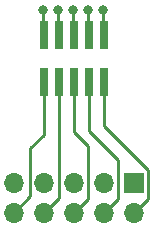
<source format=gbr>
G04 #@! TF.GenerationSoftware,KiCad,Pcbnew,(5.1.4)-1*
G04 #@! TF.CreationDate,2020-03-30T14:47:18-04:00*
G04 #@! TF.ProjectId,ProgAdapter,50726f67-4164-4617-9074-65722e6b6963,rev?*
G04 #@! TF.SameCoordinates,Original*
G04 #@! TF.FileFunction,Copper,L2,Bot*
G04 #@! TF.FilePolarity,Positive*
%FSLAX46Y46*%
G04 Gerber Fmt 4.6, Leading zero omitted, Abs format (unit mm)*
G04 Created by KiCad (PCBNEW (5.1.4)-1) date 2020-03-30 14:47:18*
%MOMM*%
%LPD*%
G04 APERTURE LIST*
%ADD10O,1.700000X1.700000*%
%ADD11R,1.700000X1.700000*%
%ADD12R,0.740000X2.400000*%
%ADD13C,0.800000*%
%ADD14C,0.250000*%
G04 APERTURE END LIST*
D10*
X109420000Y-97640000D03*
X109420000Y-95100000D03*
X111960000Y-97640000D03*
X111960000Y-95100000D03*
X114500000Y-97640000D03*
X114500000Y-95100000D03*
X117040000Y-97640000D03*
X117040000Y-95100000D03*
X119580000Y-97640000D03*
D11*
X119580000Y-95100000D03*
D12*
X117040000Y-86550000D03*
X117040000Y-82650000D03*
X115770000Y-86550000D03*
X115770000Y-82650000D03*
X114500000Y-86550000D03*
X114500000Y-82650000D03*
X113230000Y-86550000D03*
X113230000Y-82650000D03*
X111960000Y-86550000D03*
X111960000Y-82650000D03*
D13*
X117000000Y-80500000D03*
X115725000Y-80500000D03*
X114450000Y-80500000D03*
X113175000Y-80500000D03*
X111900000Y-80500000D03*
D14*
X117040000Y-90340000D02*
X117040000Y-86550000D01*
X120755001Y-94055001D02*
X117040000Y-90340000D01*
X119580000Y-97640000D02*
X120755001Y-96464999D01*
X120755001Y-96464999D02*
X120755001Y-94055001D01*
X117000000Y-82610000D02*
X117040000Y-82650000D01*
X117000000Y-80500000D02*
X117000000Y-82610000D01*
X115770000Y-88000000D02*
X115770000Y-86550000D01*
X115770000Y-90770000D02*
X115770000Y-88000000D01*
X118215001Y-93215001D02*
X115770000Y-90770000D01*
X117040000Y-97640000D02*
X118215001Y-96464999D01*
X118215001Y-96464999D02*
X118215001Y-93215001D01*
X115725000Y-82605000D02*
X115770000Y-82650000D01*
X115725000Y-80500000D02*
X115725000Y-82605000D01*
X114500000Y-88000000D02*
X114500000Y-86550000D01*
X114500000Y-90800000D02*
X114500000Y-88000000D01*
X115675001Y-91975001D02*
X114500000Y-90800000D01*
X114500000Y-97640000D02*
X115675001Y-96464999D01*
X115675001Y-96464999D02*
X115675001Y-91975001D01*
X114450000Y-82600000D02*
X114500000Y-82650000D01*
X114450000Y-80500000D02*
X114450000Y-82600000D01*
X113230000Y-96370000D02*
X113230000Y-86550000D01*
X111960000Y-97640000D02*
X113230000Y-96370000D01*
X113175000Y-82595000D02*
X113230000Y-82650000D01*
X113175000Y-80500000D02*
X113175000Y-82595000D01*
X111960000Y-91040000D02*
X111960000Y-86550000D01*
X110784999Y-92215001D02*
X111960000Y-91040000D01*
X109420000Y-97640000D02*
X110784999Y-96275001D01*
X110784999Y-96275001D02*
X110784999Y-92215001D01*
X111900000Y-82590000D02*
X111960000Y-82650000D01*
X111900000Y-80500000D02*
X111900000Y-82590000D01*
M02*

</source>
